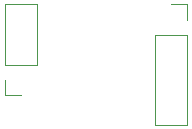
<source format=gbr>
%TF.GenerationSoftware,KiCad,Pcbnew,7.0.1*%
%TF.CreationDate,2023-04-17T09:12:49+12:00*%
%TF.ProjectId,ICM-20948-breakout,49434d2d-3230-4393-9438-2d627265616b,rev?*%
%TF.SameCoordinates,Original*%
%TF.FileFunction,Legend,Bot*%
%TF.FilePolarity,Positive*%
%FSLAX46Y46*%
G04 Gerber Fmt 4.6, Leading zero omitted, Abs format (unit mm)*
G04 Created by KiCad (PCBNEW 7.0.1) date 2023-04-17 09:12:49*
%MOMM*%
%LPD*%
G01*
G04 APERTURE LIST*
%ADD10C,0.120000*%
G04 APERTURE END LIST*
D10*
%TO.C,J2*%
X142630000Y-71310000D02*
X145290000Y-71310000D01*
X142630000Y-76450000D02*
X142630000Y-71310000D01*
X142630000Y-76450000D02*
X145290000Y-76450000D01*
X142630000Y-77720000D02*
X142630000Y-79050000D01*
X142630000Y-79050000D02*
X143960000Y-79050000D01*
X145290000Y-76450000D02*
X145290000Y-71310000D01*
%TO.C,J1*%
X155330000Y-73910000D02*
X155330000Y-81590000D01*
X157990000Y-71310000D02*
X156660000Y-71310000D01*
X157990000Y-72640000D02*
X157990000Y-71310000D01*
X157990000Y-73910000D02*
X155330000Y-73910000D01*
X157990000Y-73910000D02*
X157990000Y-81590000D01*
X157990000Y-81590000D02*
X155330000Y-81590000D01*
%TD*%
M02*

</source>
